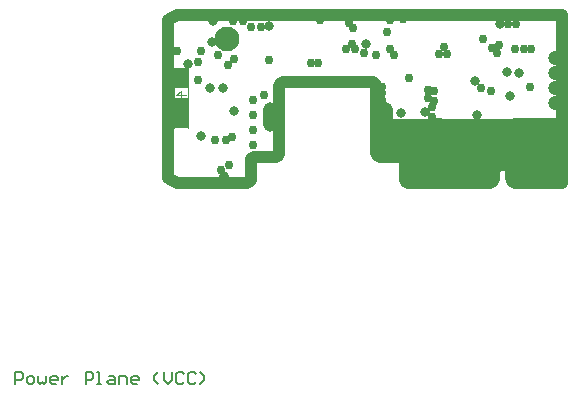
<source format=gbr>
G04 Layer_Physical_Order=4*
G04 Layer_Color=128*
%FSLAX45Y45*%
%MOMM*%
%TF.FileFunction,Copper,L4,Inr,Plane*%
%TF.Part,Single*%
%TFFileComment,The blind Vias under BGA and Other Pads are Via-In-Pad (VIP)*%
G01*
G75*
%TA.AperFunction,NonConductor*%
%ADD38C,0.10000*%
%ADD39C,0.15000*%
%ADD49C,1.01600*%
%TA.AperFunction,ComponentPad*%
%ADD56O,1.20000X2.50000*%
%TA.AperFunction,ViaPad*%
%ADD57C,2.10000*%
%TA.AperFunction,ComponentPad*%
%ADD58C,1.20000*%
%TA.AperFunction,ViaPad*%
%ADD59C,0.80000*%
%ADD60C,0.75000*%
%TA.AperFunction,NonConductor*%
%ADD61R,1.18594X1.71000*%
%ADD62R,1.21895X2.55019*%
%ADD63R,3.58584X1.11017*%
%ADD64R,7.37164X2.17224*%
%ADD65R,11.21094X3.20896*%
%ADD66R,4.07138X5.20995*%
D38*
X-333100Y-758800D02*
Y-250082D01*
X-452800Y-758799D02*
Y-248782D01*
X-352495Y-480969D02*
X-432470D01*
X-392483Y-440982D01*
Y-494298D01*
D39*
X-1800569Y-2922009D02*
Y-2822042D01*
X-1750586D01*
X-1733924Y-2838703D01*
Y-2872025D01*
X-1750586Y-2888687D01*
X-1800569D01*
X-1683940Y-2922009D02*
X-1650618D01*
X-1633957Y-2905348D01*
Y-2872025D01*
X-1650618Y-2855364D01*
X-1683940D01*
X-1700602Y-2872025D01*
Y-2905348D01*
X-1683940Y-2922009D01*
X-1600634Y-2855364D02*
Y-2905348D01*
X-1583972Y-2922009D01*
X-1567311Y-2905348D01*
X-1550650Y-2922009D01*
X-1533989Y-2905348D01*
Y-2855364D01*
X-1450682Y-2922009D02*
X-1484005D01*
X-1500666Y-2905348D01*
Y-2872025D01*
X-1484005Y-2855364D01*
X-1450682D01*
X-1434021Y-2872025D01*
Y-2888687D01*
X-1500666D01*
X-1400698Y-2855364D02*
Y-2922009D01*
Y-2888687D01*
X-1384037Y-2872025D01*
X-1367376Y-2855364D01*
X-1350714D01*
X-1200763Y-2922009D02*
Y-2822042D01*
X-1150779D01*
X-1134118Y-2838703D01*
Y-2872025D01*
X-1150779Y-2888687D01*
X-1200763D01*
X-1100795Y-2922009D02*
X-1067472D01*
X-1084133D01*
Y-2822042D01*
X-1100795D01*
X-1000827Y-2855364D02*
X-967505D01*
X-950843Y-2872025D01*
Y-2922009D01*
X-1000827D01*
X-1017488Y-2905348D01*
X-1000827Y-2888687D01*
X-950843D01*
X-917521Y-2922009D02*
Y-2855364D01*
X-867537D01*
X-850876Y-2872025D01*
Y-2922009D01*
X-767569D02*
X-800891D01*
X-817553Y-2905348D01*
Y-2872025D01*
X-800891Y-2855364D01*
X-767569D01*
X-750908Y-2872025D01*
Y-2888687D01*
X-817553D01*
X-584295Y-2922009D02*
X-617617Y-2888687D01*
Y-2855364D01*
X-584295Y-2822042D01*
X-534311D02*
Y-2888687D01*
X-500988Y-2922009D01*
X-467666Y-2888687D01*
Y-2822042D01*
X-367698Y-2838703D02*
X-384359Y-2822042D01*
X-417682D01*
X-434343Y-2838703D01*
Y-2905348D01*
X-417682Y-2922009D01*
X-384359D01*
X-367698Y-2905348D01*
X-267730Y-2838703D02*
X-284391Y-2822042D01*
X-317714D01*
X-334375Y-2838703D01*
Y-2905348D01*
X-317714Y-2922009D01*
X-284391D01*
X-267730Y-2905348D01*
X-234407Y-2922009D02*
X-201085Y-2888687D01*
Y-2855364D01*
X-234407Y-2822042D01*
D49*
X2404999Y-1179999D02*
Y-1144999D01*
Y-1179999D02*
X2406002Y-1188901D01*
X2408960Y-1197354D01*
X2413726Y-1204939D01*
X2420059Y-1211273D01*
X2427644Y-1216038D01*
X2436099Y-1218997D01*
X2444999Y-1220001D01*
X2829999D01*
X2830000Y200000D01*
X-430001D02*
X2830000D01*
X-500000Y159585D02*
X-430001Y200000D01*
X-500001Y-1179584D02*
X-500000Y159585D01*
X-500001Y-1179584D02*
X-430001Y-1220001D01*
X160000D01*
X168900Y-1218997D01*
X177355Y-1216038D01*
X184938Y-1211273D01*
X191272Y-1204939D01*
X196038Y-1197354D01*
X198997Y-1188901D01*
X200000Y-1179999D01*
Y-1040000D01*
X201002Y-1031100D01*
X203961Y-1022645D01*
X208726Y-1015059D01*
X215060Y-1008725D01*
X222644Y-1003960D01*
X231098Y-1001002D01*
X240000Y-1000000D01*
X399999D01*
X408900Y-998996D01*
X417355Y-996038D01*
X424939Y-991273D01*
X431273Y-984939D01*
X436038Y-977355D01*
X438996Y-968900D01*
X439999Y-960000D01*
Y-409999D01*
X441002Y-401099D01*
X443961Y-392643D01*
X448727Y-385060D01*
X455060Y-378726D01*
X462644Y-373961D01*
X471099Y-371003D01*
X479999Y-369999D01*
X1220000D01*
X1228901Y-371003D01*
X1237355Y-373961D01*
X1244939Y-378726D01*
X1251273Y-385060D01*
X1256038Y-392643D01*
X1258997Y-401099D01*
X1260000Y-409999D01*
Y-960000D02*
Y-409999D01*
Y-960000D02*
X1261002Y-968900D01*
X1263961Y-977355D01*
X1268726Y-984939D01*
X1275060Y-991273D01*
X1282644Y-996038D01*
X1291098Y-998996D01*
X1299999Y-1000000D01*
X1459999D01*
X1468900Y-1001002D01*
X1477354Y-1003960D01*
X1484939Y-1008725D01*
X1491273Y-1015059D01*
X1496038Y-1022645D01*
X1498996Y-1031100D01*
X1499999Y-1040000D01*
Y-1179999D02*
Y-1040000D01*
Y-1179999D02*
X1501002Y-1188901D01*
X1503960Y-1197354D01*
X1508726Y-1204939D01*
X1515059Y-1211273D01*
X1522644Y-1216038D01*
X1531099Y-1218997D01*
X1539999Y-1220001D01*
X2214999D01*
X2223900Y-1218997D01*
X2232354Y-1216038D01*
X2239939Y-1211273D01*
X2246272Y-1204939D01*
X2251038Y-1197354D01*
X2253996Y-1188901D01*
X2254999Y-1179999D01*
Y-1144999D01*
X2256639Y-1129406D01*
X2261483Y-1114495D01*
X2269323Y-1100915D01*
X2279815Y-1089264D01*
X2292499Y-1080049D01*
X2306823Y-1073670D01*
X2322159Y-1070411D01*
X2337839D01*
X2353176Y-1073670D01*
X2367499Y-1080049D01*
X2380184Y-1089264D01*
X2390675Y-1100915D01*
X2398515Y-1114495D01*
X2403360Y-1129406D01*
X2404999Y-1144999D01*
D56*
X1344631Y-663610D02*
D03*
X356630D02*
D03*
D57*
X0Y0D02*
D03*
D58*
X2775565Y-167145D02*
D03*
Y-294145D02*
D03*
Y-421145D02*
D03*
Y-548145D02*
D03*
D59*
X350629Y106386D02*
D03*
X2310000Y123000D02*
D03*
X1671000Y-617600D02*
D03*
X2096692Y-360874D02*
D03*
X2394356Y-489311D02*
D03*
X2470719Y-288784D02*
D03*
X-227400Y-822300D02*
D03*
X-124381Y149476D02*
D03*
X-39401Y-421304D02*
D03*
X-144201Y-420064D02*
D03*
X2369599Y-286824D02*
D03*
X1471937Y-629986D02*
D03*
X2116320Y-644370D02*
D03*
X-332200Y-211500D02*
D03*
X1171979Y-49214D02*
D03*
X58249Y-613964D02*
D03*
X-28550Y-1162230D02*
D03*
X-130071Y-26954D02*
D03*
D60*
X5629Y-222019D02*
D03*
X134100Y151300D02*
D03*
X308700Y-478600D02*
D03*
X2515076Y-85193D02*
D03*
X2435429Y-86044D02*
D03*
X2571885Y-85053D02*
D03*
X2303349Y-56641D02*
D03*
X2281452Y-121329D02*
D03*
X1485221Y164631D02*
D03*
X1260200Y-142363D02*
D03*
X1379168Y-91370D02*
D03*
X1026488Y129283D02*
D03*
X1862215Y-131216D02*
D03*
X1410440Y-134768D02*
D03*
X1377272Y159770D02*
D03*
X1350166Y52393D02*
D03*
X1791487Y-131216D02*
D03*
X2160452Y-6434D02*
D03*
X2378151Y125321D02*
D03*
X2441263Y126756D02*
D03*
X1533729Y-330556D02*
D03*
X350629Y-178614D02*
D03*
X711369Y-205304D02*
D03*
X2150177Y-420054D02*
D03*
X1787683Y-709609D02*
D03*
X1733617Y-660702D02*
D03*
X1160331Y-125063D02*
D03*
X1700310Y-432835D02*
D03*
X2237309Y-81885D02*
D03*
X1836756Y-71189D02*
D03*
X1308711Y-518322D02*
D03*
X-219371Y-108614D02*
D03*
X48449Y147676D02*
D03*
X1308711Y-463210D02*
D03*
X220629Y-773614D02*
D03*
X-251456Y-347114D02*
D03*
X-248906Y-200584D02*
D03*
X-429371Y-108614D02*
D03*
X1080234Y-87075D02*
D03*
X203829Y98296D02*
D03*
X286530Y97400D02*
D03*
X217833Y-520818D02*
D03*
X-54176Y-1109640D02*
D03*
X220629Y-898614D02*
D03*
Y-648614D02*
D03*
X-103550Y-857793D02*
D03*
X-14880Y-857630D02*
D03*
X11532Y-1067098D02*
D03*
X39884Y-830861D02*
D03*
X767720Y-205450D02*
D03*
X1002111Y-89471D02*
D03*
X1053390Y-46364D02*
D03*
X55657Y-173150D02*
D03*
X-79588Y-142149D02*
D03*
X785447Y160111D02*
D03*
X1059155Y87969D02*
D03*
X2234390Y-445800D02*
D03*
X2563847Y-406309D02*
D03*
X1749473Y-525389D02*
D03*
X1700191Y-499880D02*
D03*
X1733617Y-578239D02*
D03*
X1308711Y-409999D02*
D03*
X1752200Y-447500D02*
D03*
D61*
X-392398Y-335583D02*
D03*
D62*
X-394047Y-631292D02*
D03*
D63*
X2283831Y-1026747D02*
D03*
D64*
X1879538Y-1088732D02*
D03*
D65*
X1869590Y-838512D02*
D03*
D66*
X2617018Y-938551D02*
D03*
%TF.MD5,c1995c9066d2f8b766e86d82ee458a4a*%
M02*

</source>
